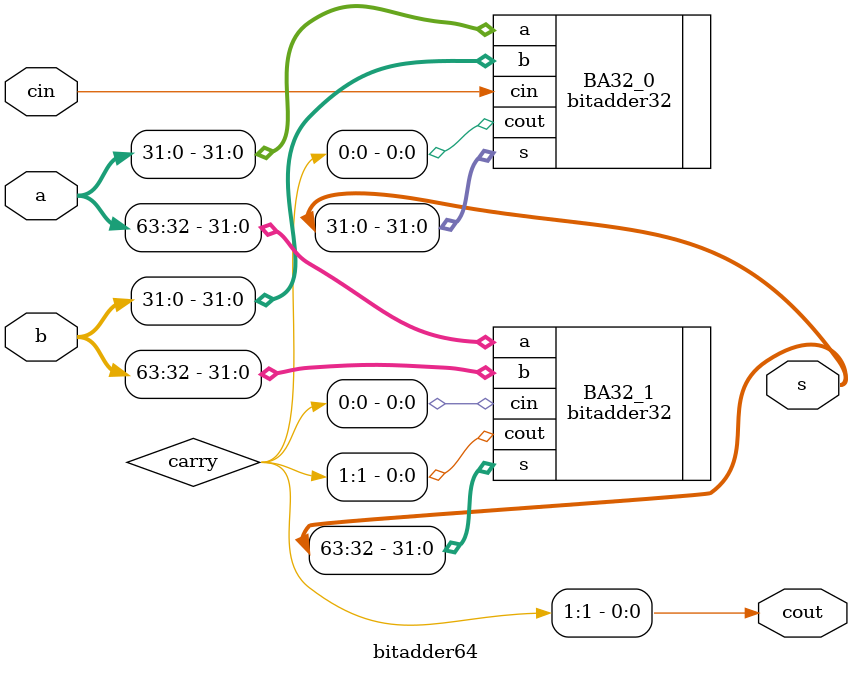
<source format=v>
module bitadder64(a, b, cin, s, cout);
    input [63:0] a, b;
    input cin;
    output [63:0] s;
    output cout;

    wire [1:0] carry;

    bitadder32 BA32_0 (.a(a[31:0]), .b(b[31:0]), .cin(cin), .cout(carry[0]), .s(s[31:0])); 
    bitadder32 BA32_1 (.a(a[63:32]), .b(b[63:32]), .cin(carry[0]), .cout(carry[1]), .s(s[63:32])); 

    assign cout = carry[1];
endmodule
</source>
